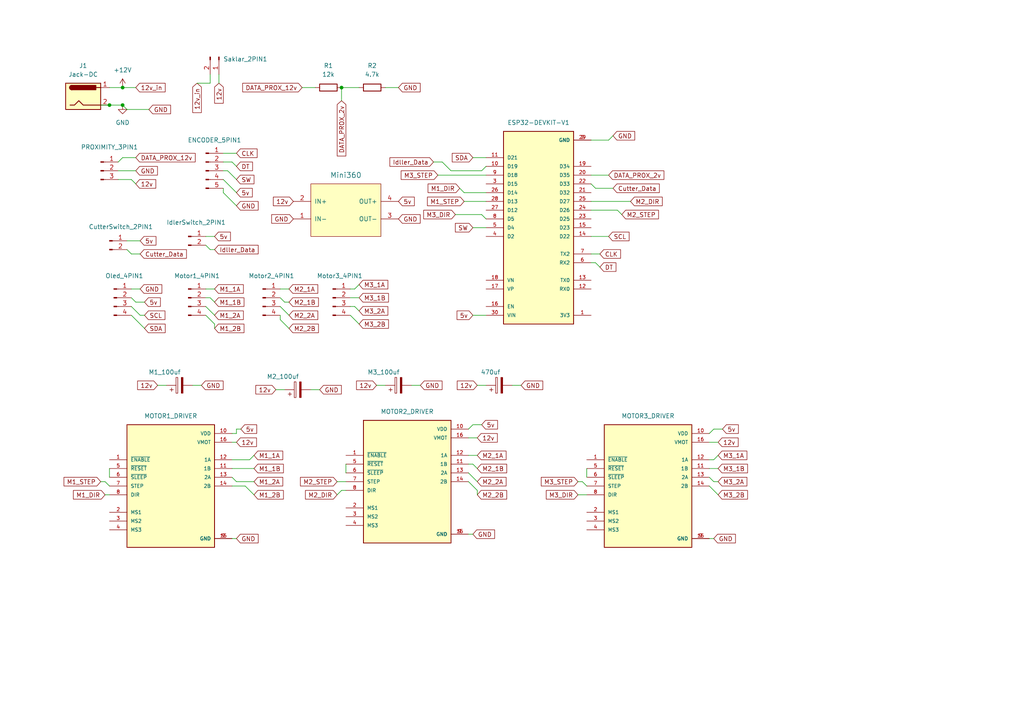
<source format=kicad_sch>
(kicad_sch (version 20250114) (generator "eeschema") (generator_version "9.0")
  (paper "A4")
  (lib_symbols
    (symbol "A4988_STEPPER_MOTOR_DRIVER_CARRIER:A4988_STEPPER_MOTOR_DRIVER_CARRIER" (pin_names (offset 1.016))
      (property "Reference" "U" (at -12.7 19.05 0))
      (property "Value" "A4988_STEPPER_MOTOR_DRIVER_CARRIER" (at -12.7 -21.59 0))
      (symbol "A4988_STEPPER_MOTOR_DRIVER_CARRIER_0_0"
        (rectangle (start -12.7 -17.78) (end 12.7 17.78) (stroke (width 0.254)) (fill (type background)))
        (pin input line (at -17.78 7.62 0) (length 5.08) (name "~{ENABLE}") (number "1"))
        (pin input line (at -17.78 5.08 0) (length 5.08) (name "~{RESET}") (number "5"))
        (pin input line (at -17.78 2.54 0) (length 5.08) (name "~{SLEEP}") (number "6"))
        (pin input line (at -17.78 0 0) (length 5.08) (name "STEP") (number "7"))
        (pin input line (at -17.78 -2.54 0) (length 5.08) (name "DIR") (number "8"))
        (pin input line (at -17.78 -7.62 0) (length 5.08) (name "MS1") (number "2"))
        (pin input line (at -17.78 -10.16 0) (length 5.08) (name "MS2") (number "3"))
        (pin input line (at -17.78 -12.7 0) (length 5.08) (name "MS3") (number "4"))
        (pin power_in line (at 17.78 15.24 180) (length 5.08) (name "VDD") (number "10"))
        (pin power_in line (at 17.78 12.7 180) (length 5.08) (name "VMOT") (number "16"))
        (pin output line (at 17.78 7.62 180) (length 5.08) (name "1A") (number "12"))
        (pin output line (at 17.78 5.08 180) (length 5.08) (name "1B") (number "11"))
        (pin output line (at 17.78 2.54 180) (length 5.08) (name "2A") (number "13"))
        (pin output line (at 17.78 0 180) (length 5.08) (name "2B") (number "14"))
        (pin power_in line (at 17.78 -15.24 180) (length 5.08) (name "GND") (number "15"))
        (pin power_in line (at 17.78 -15.24 180) (length 5.08) (name "GND") (number "9"))
      )
    )
    (symbol "Connector:Conn_01x02_Pin" (pin_names (offset 1.016) (hide yes))
      (property "Reference" "J" (at 0 2.54 0))
      (property "Value" "Conn_01x02_Pin" (at 0 -5.08 0))
      (symbol "Conn_01x02_Pin_1_1"
        (rectangle (start 0.8636 0.127) (end 0 -0.127) (stroke (width 0.1524)) (fill (type outline)))
        (rectangle (start 0.8636 -2.413) (end 0 -2.667) (stroke (width 0.1524)) (fill (type outline)))
        (polyline (pts (xy 1.27 0) (xy 0.8636 0)) (stroke (width 0.1524)))
        (polyline (pts (xy 1.27 -2.54) (xy 0.8636 -2.54)) (stroke (width 0.1524)))
        (pin passive line (at 5.08 0 180) (length 3.81) (name "Pin_1") (number "1"))
        (pin passive line (at 5.08 -2.54 180) (length 3.81) (name "Pin_2") (number "2"))
      )
    )
    (symbol "Connector:Conn_01x03_Pin" (pin_names (offset 1.016) (hide yes))
      (property "Reference" "J" (at 0 5.08 0))
      (property "Value" "Conn_01x03_Pin" (at 0 -5.08 0))
      (symbol "Conn_01x03_Pin_1_1"
        (rectangle (start 0.8636 2.667) (end 0 2.413) (stroke (width 0.1524)) (fill (type outline)))
        (rectangle (start 0.8636 0.127) (end 0 -0.127) (stroke (width 0.1524)) (fill (type outline)))
        (rectangle (start 0.8636 -2.413) (end 0 -2.667) (stroke (width 0.1524)) (fill (type outline)))
        (polyline (pts (xy 1.27 2.54) (xy 0.8636 2.54)) (stroke (width 0.1524)))
        (polyline (pts (xy 1.27 0) (xy 0.8636 0)) (stroke (width 0.1524)))
        (polyline (pts (xy 1.27 -2.54) (xy 0.8636 -2.54)) (stroke (width 0.1524)))
        (pin passive line (at 5.08 2.54 180) (length 3.81) (name "Pin_1") (number "1"))
        (pin passive line (at 5.08 0 180) (length 3.81) (name "Pin_2") (number "2"))
        (pin passive line (at 5.08 -2.54 180) (length 3.81) (name "Pin_3") (number "3"))
      )
    )
    (symbol "Connector:Conn_01x04_Pin" (pin_names (offset 1.016) (hide yes))
      (property "Reference" "J" (at 0 5.08 0))
      (property "Value" "Conn_01x04_Pin" (at 0 -7.62 0))
      (symbol "Conn_01x04_Pin_1_1"
        (rectangle (start 0.8636 2.667) (end 0 2.413) (stroke (width 0.1524)) (fill (type outline)))
        (rectangle (start 0.8636 0.127) (end 0 -0.127) (stroke (width 0.1524)) (fill (type outline)))
        (rectangle (start 0.8636 -2.413) (end 0 -2.667) (stroke (width 0.1524)) (fill (type outline)))
        (rectangle (start 0.8636 -4.953) (end 0 -5.207) (stroke (width 0.1524)) (fill (type outline)))
        (polyline (pts (xy 1.27 2.54) (xy 0.8636 2.54)) (stroke (width 0.1524)))
        (polyline (pts (xy 1.27 0) (xy 0.8636 0)) (stroke (width 0.1524)))
        (polyline (pts (xy 1.27 -2.54) (xy 0.8636 -2.54)) (stroke (width 0.1524)))
        (polyline (pts (xy 1.27 -5.08) (xy 0.8636 -5.08)) (stroke (width 0.1524)))
        (pin passive line (at 5.08 2.54 180) (length 3.81) (name "Pin_1") (number "1"))
        (pin passive line (at 5.08 0 180) (length 3.81) (name "Pin_2") (number "2"))
        (pin passive line (at 5.08 -2.54 180) (length 3.81) (name "Pin_3") (number "3"))
        (pin passive line (at 5.08 -5.08 180) (length 3.81) (name "Pin_4") (number "4"))
      )
    )
    (symbol "Connector:Conn_01x05_Pin" (pin_names (offset 1.016) (hide yes))
      (property "Reference" "J" (at 0 7.62 0))
      (property "Value" "Conn_01x05_Pin" (at 0 -7.62 0))
      (symbol "Conn_01x05_Pin_1_1"
        (rectangle (start 0.8636 5.207) (end 0 4.953) (stroke (width 0.1524)) (fill (type outline)))
        (rectangle (start 0.8636 2.667) (end 0 2.413) (stroke (width 0.1524)) (fill (type outline)))
        (rectangle (start 0.8636 0.127) (end 0 -0.127) (stroke (width 0.1524)) (fill (type outline)))
        (rectangle (start 0.8636 -2.413) (end 0 -2.667) (stroke (width 0.1524)) (fill (type outline)))
        (rectangle (start 0.8636 -4.953) (end 0 -5.207) (stroke (width 0.1524)) (fill (type outline)))
        (polyline (pts (xy 1.27 5.08) (xy 0.8636 5.08)) (stroke (width 0.1524)))
        (polyline (pts (xy 1.27 2.54) (xy 0.8636 2.54)) (stroke (width 0.1524)))
        (polyline (pts (xy 1.27 0) (xy 0.8636 0)) (stroke (width 0.1524)))
        (polyline (pts (xy 1.27 -2.54) (xy 0.8636 -2.54)) (stroke (width 0.1524)))
        (polyline (pts (xy 1.27 -5.08) (xy 0.8636 -5.08)) (stroke (width 0.1524)))
        (pin passive line (at 5.08 5.08 180) (length 3.81) (name "Pin_1") (number "1"))
        (pin passive line (at 5.08 2.54 180) (length 3.81) (name "Pin_2") (number "2"))
        (pin passive line (at 5.08 0 180) (length 3.81) (name "Pin_3") (number "3"))
        (pin passive line (at 5.08 -2.54 180) (length 3.81) (name "Pin_4") (number "4"))
        (pin passive line (at 5.08 -5.08 180) (length 3.81) (name "Pin_5") (number "5"))
      )
    )
    (symbol "Connector:Jack-DC" (pin_names (offset 1.016))
      (property "Reference" "J" (at 0 5.334 0))
      (property "Value" "Jack-DC" (at 0 -5.08 0))
      (symbol "Jack-DC_0_1"
        (rectangle (start -5.08 3.81) (end 5.08 -3.81) (stroke (width 0.254)) (fill (type background)))
        (polyline (pts (xy -3.81 -2.54) (xy -2.54 -2.54) (xy -1.27 -1.27) (xy 0 -2.54) (xy 2.54 -2.54) (xy 5.08 -2.54)) (stroke (width 0.254)))
        (arc (start -3.302 1.905) (mid -3.9343 2.54) (end -3.302 3.175) (stroke (width 0.254)))
        (arc (start -3.302 1.905) (mid -3.9343 2.54) (end -3.302 3.175) (stroke (width 0.254)) (fill (type outline)))
        (rectangle (start 3.683 3.175) (end -3.302 1.905) (stroke (width 0.254)) (fill (type outline)))
        (polyline (pts (xy 5.08 2.54) (xy 3.81 2.54)) (stroke (width 0.254)))
      )
      (symbol "Jack-DC_1_1"
        (pin passive line (at 7.62 2.54 180) (length 2.54) (name "~") (number "1"))
        (pin passive line (at 7.62 -2.54 180) (length 2.54) (name "~") (number "2"))
      )
    )
    (symbol "Device:C_Polarized" (pin_numbers (hide yes)) (pin_names (offset 0.254))
      (property "Reference" "C" (at 0.635 2.54 0))
      (property "Value" "C_Polarized" (at 0.635 -2.54 0))
      (symbol "C_Polarized_0_1"
        (rectangle (start -2.286 0.508) (end 2.286 1.016))
        (polyline (pts (xy -1.778 2.286) (xy -0.762 2.286)))
        (polyline (pts (xy -1.27 2.794) (xy -1.27 1.778)))
        (rectangle (start 2.286 -0.508) (end -2.286 -1.016) (fill (type outline)))
      )
      (symbol "C_Polarized_1_1"
        (pin passive line (at 0 3.81 270) (length 2.794) (name "~") (number "1"))
        (pin passive line (at 0 -3.81 90) (length 2.794) (name "~") (number "2"))
      )
    )
    (symbol "Device:R" (pin_numbers (hide yes)) (pin_names (offset 0))
      (property "Reference" "R" (at 2.032 0 90))
      (property "Value" "R" (at 0 0 90))
      (symbol "R_0_1"
        (rectangle (start -1.016 -2.54) (end 1.016 2.54) (stroke (width 0.254)))
      )
      (symbol "R_1_1"
        (pin passive line (at 0 3.81 270) (length 1.27) (name "~") (number "1"))
        (pin passive line (at 0 -3.81 90) (length 1.27) (name "~") (number "2"))
      )
    )
    (symbol "ESP32-DEVKIT-V1:ESP32-DEVKIT-V1" (pin_names (offset 1.016))
      (property "Reference" "U" (at -10.16 30.48 0))
      (property "Value" "ESP32-DEVKIT-V1" (at -10.16 -30.48 0))
      (symbol "ESP32-DEVKIT-V1_0_0"
        (rectangle (start -10.16 -27.94) (end 10.16 27.94) (stroke (width 0.254)) (fill (type background)))
        (pin input line (at -15.24 25.4 0) (length 5.08) (name "VIN") (number "30"))
        (pin input line (at -15.24 22.86 0) (length 5.08) (name "EN") (number "16"))
        (pin bidirectional line (at -15.24 17.78 0) (length 5.08) (name "VP") (number "17"))
        (pin bidirectional line (at -15.24 15.24 0) (length 5.08) (name "VN") (number "18"))
        (pin bidirectional line (at -15.24 2.54 0) (length 5.08) (name "D2") (number "4"))
        (pin bidirectional line (at -15.24 0 0) (length 5.08) (name "D4") (number "5"))
        (pin bidirectional line (at -15.24 -2.54 0) (length 5.08) (name "D5") (number "8"))
        (pin bidirectional line (at -15.24 -5.08 0) (length 5.08) (name "D12") (number "27"))
        (pin bidirectional line (at -15.24 -7.62 0) (length 5.08) (name "D13") (number "28"))
        (pin bidirectional line (at -15.24 -10.16 0) (length 5.08) (name "D14") (number "26"))
        (pin bidirectional line (at -15.24 -12.7 0) (length 5.08) (name "D15") (number "3"))
        (pin bidirectional line (at -15.24 -15.24 0) (length 5.08) (name "D18") (number "9"))
        (pin bidirectional line (at -15.24 -17.78 0) (length 5.08) (name "D19") (number "10"))
        (pin bidirectional line (at -15.24 -20.32 0) (length 5.08) (name "D21") (number "11"))
        (pin output line (at 15.24 25.4 180) (length 5.08) (name "3V3") (number "1"))
        (pin input line (at 15.24 17.78 180) (length 5.08) (name "RX0") (number "12"))
        (pin output line (at 15.24 15.24 180) (length 5.08) (name "TX0") (number "13"))
        (pin input line (at 15.24 10.16 180) (length 5.08) (name "RX2") (number "6"))
        (pin output line (at 15.24 7.62 180) (length 5.08) (name "TX2") (number "7"))
        (pin bidirectional line (at 15.24 2.54 180) (length 5.08) (name "D22") (number "14"))
        (pin bidirectional line (at 15.24 0 180) (length 5.08) (name "D23") (number "15"))
        (pin bidirectional line (at 15.24 -2.54 180) (length 5.08) (name "D25") (number "23"))
        (pin bidirectional line (at 15.24 -5.08 180) (length 5.08) (name "D26") (number "24"))
        (pin bidirectional line (at 15.24 -7.62 180) (length 5.08) (name "D27") (number "25"))
        (pin bidirectional line (at 15.24 -10.16 180) (length 5.08) (name "D32") (number "21"))
        (pin bidirectional line (at 15.24 -12.7 180) (length 5.08) (name "D33") (number "22"))
        (pin bidirectional line (at 15.24 -15.24 180) (length 5.08) (name "D35") (number "20"))
        (pin bidirectional line (at 15.24 -17.78 180) (length 5.08) (name "D34") (number "19"))
        (pin power_in line (at 15.24 -25.4 180) (length 5.08) (name "GND") (number "2"))
        (pin power_in line (at 15.24 -25.4 180) (length 5.08) (name "GND") (number "29"))
      )
    )
    (symbol "mini360:Mini360" (pin_names (offset 1.016))
      (property "Reference" "U" (at 0 -5.08 0))
      (property "Value" "Mini360" (at 0 5.08 0))
      (symbol "Mini360_0_1"
        (rectangle (start -10.16 7.62) (end 10.16 -7.62) (fill (type background)))
      )
      (symbol "Mini360_1_1"
        (pin power_in line (at -15.24 2.54 0) (length 5.08) (name "IN+") (number "2"))
        (pin power_in line (at -15.24 -2.54 0) (length 5.08) (name "IN-") (number "1"))
        (pin power_out line (at 15.24 2.54 180) (length 5.08) (name "OUT+") (number "4"))
        (pin power_out line (at 15.24 -2.54 180) (length 5.08) (name "OUT-") (number "3"))
      )
    )
    (symbol "power:+12V" (power) (pin_numbers (hide yes)) (pin_names (offset 0) (hide yes))
      (property "Value" "+12V" (at 0 3.556 0))
      (symbol "+12V_0_1"
        (polyline (pts (xy -0.762 1.27) (xy 0 2.54)))
        (polyline (pts (xy 0 2.54) (xy 0.762 1.27)))
        (polyline (pts (xy 0 0) (xy 0 2.54)))
      )
      (symbol "+12V_1_1"
        (pin power_in line (at 0 0 90) (length 0) (name "~") (number "1"))
      )
    )
    (symbol "power:GND" (power) (pin_numbers (hide yes)) (pin_names (offset 0) (hide yes))
      (property "Value" "GND" (at 0 -3.81 0))
      (symbol "GND_0_1"
        (polyline (pts (xy 0 0) (xy 0 -1.27) (xy 1.27 -1.27) (xy 0 -2.54) (xy -1.27 -1.27) (xy 0 -1.27)))
      )
      (symbol "GND_1_1"
        (pin power_in line (at 0 0 270) (length 0) (name "~") (number "1"))
      )
    )
  )
  (junction (at 31.75 30.48))
  (junction (at 35.56 25.4))
  (junction (at 99.06 25.4))
  (junction (at 35.56 30.48))
  (wire (pts (xy 128.27 46.99) (xy 130.81 49.53)))
  (wire (pts (xy 59.69 83.82) (xy 62.23 83.82)))
  (wire (pts (xy 97.79 139.7) (xy 100.33 139.7)))
  (wire (pts (xy 81.28 91.44) (xy 81.28 92.71)))
  (wire (pts (xy 135.89 132.08) (xy 138.43 132.08)))
  (wire (pts (xy 39.37 45.72) (xy 35.56 45.72)))
  (wire (pts (xy 138.43 143.51) (xy 138.43 142.24)))
  (wire (pts (xy 179.07 60.96) (xy 180.34 62.23)))
  (wire (pts (xy 36.83 69.85) (xy 40.64 69.85)))
  (wire (pts (xy 102.87 88.9) (xy 104.14 90.17)))
  (wire (pts (xy 39.37 25.4) (xy 35.56 25.4)))
  (wire (pts (xy 57.15 24.13) (xy 60.96 24.13)))
  (wire (pts (xy 64.77 52.07) (xy 68.58 55.88)))
  (wire (pts (xy 177.8 54.61) (xy 172.72 54.61)))
  (wire (pts (xy 135.89 154.94) (xy 137.16 154.94)))
  (wire (pts (xy 168.91 139.7) (xy 170.18 140.97)))
  (wire (pts (xy 137.16 45.72) (xy 140.97 45.72)))
  (wire (pts (xy 60.96 86.36) (xy 62.23 87.63)))
  (wire (pts (xy 62.23 72.39) (xy 60.96 72.39)))
  (wire (pts (xy 67.31 128.27) (xy 68.58 128.27)))
  (wire (pts (xy 138.43 111.76) (xy 140.97 111.76)))
  (wire (pts (xy 205.74 133.35) (xy 207.01 133.35)))
  (wire (pts (xy 43.18 31.75) (xy 36.83 31.75)))
  (wire (pts (xy 62.23 95.25) (xy 62.23 93.98)))
  (wire (pts (xy 130.81 49.53) (xy 139.7 49.53)))
  (wire (pts (xy 208.28 139.7) (xy 207.01 139.7)))
  (wire (pts (xy 207.01 133.35) (xy 208.28 132.08)))
  (wire (pts (xy 209.55 124.46) (xy 207.01 124.46)))
  (wire (pts (xy 68.58 125.73) (xy 67.31 125.73)))
  (wire (pts (xy 125.73 46.99) (xy 128.27 46.99)))
  (wire (pts (xy 55.88 111.76) (xy 58.42 111.76)))
  (wire (pts (xy 68.58 139.7) (xy 67.31 138.43)))
  (wire (pts (xy 29.21 139.7) (xy 30.48 139.7)))
  (wire (pts (xy 101.6 91.44) (xy 104.14 93.98)))
  (wire (pts (xy 137.16 134.62) (xy 138.43 135.89)))
  (wire (pts (xy 138.43 142.24) (xy 135.89 139.7)))
  (wire (pts (xy 205.74 156.21) (xy 207.01 156.21)))
  (wire (pts (xy 127 50.8) (xy 140.97 50.8)))
  (wire (pts (xy 73.66 139.7) (xy 68.58 139.7)))
  (wire (pts (xy 60.96 24.13) (xy 60.96 21.59)))
  (wire (pts (xy 99.06 142.24) (xy 97.79 143.51)))
  (wire (pts (xy 171.45 50.8) (xy 176.53 50.8)))
  (wire (pts (xy 172.72 54.61) (xy 171.45 53.34)))
  (wire (pts (xy 34.29 49.53) (xy 39.37 49.53)))
  (wire (pts (xy 64.77 54.61) (xy 64.77 55.88)))
  (wire (pts (xy 170.18 135.89) (xy 170.18 138.43)))
  (wire (pts (xy 83.82 87.63) (xy 82.55 87.63)))
  (wire (pts (xy 64.77 46.99) (xy 67.31 46.99)))
  (wire (pts (xy 59.69 68.58) (xy 62.23 68.58)))
  (wire (pts (xy 64.77 55.88) (xy 68.58 59.69)))
  (wire (pts (xy 148.59 111.76) (xy 151.13 111.76)))
  (wire (pts (xy 81.28 92.71) (xy 83.82 95.25)))
  (wire (pts (xy 31.75 135.89) (xy 31.75 138.43)))
  (wire (pts (xy 41.91 87.63) (xy 39.37 87.63)))
  (wire (pts (xy 172.72 76.2) (xy 173.99 77.47)))
  (wire (pts (xy 137.16 91.44) (xy 140.97 91.44)))
  (wire (pts (xy 207.01 139.7) (xy 205.74 138.43)))
  (wire (pts (xy 35.56 25.4) (xy 31.75 25.4)))
  (wire (pts (xy 38.1 83.82) (xy 40.64 83.82)))
  (wire (pts (xy 60.96 72.39) (xy 59.69 71.12)))
  (wire (pts (xy 72.39 133.35) (xy 73.66 132.08)))
  (wire (pts (xy 139.7 49.53) (xy 140.97 48.26)))
  (wire (pts (xy 38.1 73.66) (xy 36.83 72.39)))
  (wire (pts (xy 68.58 124.46) (xy 68.58 125.73)))
  (wire (pts (xy 59.69 86.36) (xy 60.96 86.36)))
  (wire (pts (xy 134.62 58.42) (xy 140.97 58.42)))
  (wire (pts (xy 111.76 25.4) (xy 115.57 25.4)))
  (wire (pts (xy 99.06 29.21) (xy 99.06 25.4)))
  (wire (pts (xy 81.28 88.9) (xy 83.82 91.44)))
  (wire (pts (xy 36.83 31.75) (xy 35.56 30.48)))
  (wire (pts (xy 67.31 135.89) (xy 73.66 135.89)))
  (wire (pts (xy 176.53 40.64) (xy 177.8 39.37)))
  (wire (pts (xy 138.43 139.7) (xy 135.89 137.16)))
  (wire (pts (xy 139.7 123.19) (xy 137.16 123.19)))
  (wire (pts (xy 67.31 140.97) (xy 71.12 140.97)))
  (wire (pts (xy 87.63 25.4) (xy 91.44 25.4)))
  (wire (pts (xy 135.89 134.62) (xy 137.16 134.62)))
  (wire (pts (xy 40.64 73.66) (xy 38.1 73.66)))
  (wire (pts (xy 167.64 139.7) (xy 168.91 139.7)))
  (wire (pts (xy 207.01 124.46) (xy 205.74 125.73)))
  (wire (pts (xy 171.45 40.64) (xy 176.53 40.64)))
  (wire (pts (xy 137.16 66.04) (xy 140.97 66.04)))
  (wire (pts (xy 71.12 140.97) (xy 73.66 143.51)))
  (wire (pts (xy 101.6 83.82) (xy 102.87 83.82)))
  (wire (pts (xy 137.16 123.19) (xy 135.89 124.46)))
  (wire (pts (xy 68.58 124.46) (xy 69.85 124.46)))
  (wire (pts (xy 99.06 25.4) (xy 104.14 25.4)))
  (wire (pts (xy 167.64 143.51) (xy 170.18 143.51)))
  (wire (pts (xy 64.77 44.45) (xy 68.58 44.45)))
  (wire (pts (xy 90.17 113.03) (xy 92.71 113.03)))
  (wire (pts (xy 100.33 142.24) (xy 99.06 142.24)))
  (wire (pts (xy 100.33 134.62) (xy 100.33 137.16)))
  (wire (pts (xy 134.62 55.88) (xy 133.35 54.61)))
  (wire (pts (xy 30.48 143.51) (xy 31.75 143.51)))
  (wire (pts (xy 41.91 91.44) (xy 40.64 91.44)))
  (wire (pts (xy 38.1 52.07) (xy 39.37 53.34)))
  (wire (pts (xy 132.08 62.23) (xy 139.7 62.23)))
  (wire (pts (xy 41.91 95.25) (xy 38.1 91.44)))
  (wire (pts (xy 64.77 49.53) (xy 66.04 49.53)))
  (wire (pts (xy 171.45 76.2) (xy 172.72 76.2)))
  (wire (pts (xy 82.55 87.63) (xy 81.28 86.36)))
  (wire (pts (xy 39.37 87.63) (xy 38.1 86.36)))
  (wire (pts (xy 119.38 111.76) (xy 121.92 111.76)))
  (wire (pts (xy 101.6 86.36) (xy 104.14 86.36)))
  (wire (pts (xy 62.23 91.44) (xy 59.69 88.9)))
  (wire (pts (xy 109.22 111.76) (xy 111.76 111.76)))
  (wire (pts (xy 101.6 88.9) (xy 102.87 88.9)))
  (wire (pts (xy 81.28 83.82) (xy 83.82 83.82)))
  (wire (pts (xy 30.48 139.7) (xy 31.75 140.97)))
  (wire (pts (xy 35.56 30.48) (xy 31.75 30.48)))
  (wire (pts (xy 171.45 58.42) (xy 182.88 58.42)))
  (wire (pts (xy 102.87 83.82) (xy 104.14 82.55)))
  (wire (pts (xy 205.74 128.27) (xy 208.28 128.27)))
  (wire (pts (xy 45.72 111.76) (xy 48.26 111.76)))
  (wire (pts (xy 68.58 156.21) (xy 67.31 156.21)))
  (wire (pts (xy 139.7 62.23) (xy 140.97 63.5)))
  (wire (pts (xy 171.45 60.96) (xy 179.07 60.96)))
  (wire (pts (xy 205.74 140.97) (xy 208.28 143.51)))
  (wire (pts (xy 140.97 55.88) (xy 134.62 55.88)))
  (wire (pts (xy 135.89 127) (xy 138.43 127)))
  (wire (pts (xy 80.01 113.03) (xy 82.55 113.03)))
  (wire (pts (xy 171.45 68.58) (xy 176.53 68.58)))
  (wire (pts (xy 67.31 46.99) (xy 68.58 48.26)))
  (wire (pts (xy 67.31 133.35) (xy 72.39 133.35)))
  (wire (pts (xy 63.5 24.13) (xy 63.5 21.59)))
  (wire (pts (xy 171.45 73.66) (xy 173.99 73.66)))
  (wire (pts (xy 62.23 93.98) (xy 59.69 91.44)))
  (wire (pts (xy 35.56 45.72) (xy 34.29 46.99)))
  (wire (pts (xy 34.29 52.07) (xy 38.1 52.07)))
  (wire (pts (xy 40.64 91.44) (xy 38.1 88.9)))
  (wire (pts (xy 66.04 49.53) (xy 68.58 52.07)))
  (wire (pts (xy 205.74 135.89) (xy 208.28 135.89)))
  (wire (pts (xy 29.21 30.48) (xy 31.75 30.48)))
  (global_label "12v" (shape input) (at 68.58 128.27 0) (property "Intersheetrefs" "${INTERSHEET_REFS}" (effects (hide yes))))
  (global_label "GND" (shape input) (at 68.58 59.69 0) (property "Intersheetrefs" "${INTERSHEET_REFS}" (effects (hide yes))))
  (global_label "Cutter_Data" (shape input) (at 40.64 73.66 0) (property "Intersheetrefs" "${INTERSHEET_REFS}" (effects (hide yes))))
  (global_label "12v" (shape input) (at 208.28 128.27 0) (property "Intersheetrefs" "${INTERSHEET_REFS}" (effects (hide yes))))
  (global_label "M1_STEP" (shape input) (at 134.62 58.42 180) (property "Intersheetrefs" "${INTERSHEET_REFS}" (effects (hide yes))))
  (global_label "GND" (shape input) (at 40.64 83.82 0) (property "Intersheetrefs" "${INTERSHEET_REFS}" (effects (hide yes))))
  (global_label "M2_STEP" (shape input) (at 97.79 139.7 180) (property "Intersheetrefs" "${INTERSHEET_REFS}" (effects (hide yes))))
  (global_label "GND" (shape input) (at 92.71 113.03 0) (property "Intersheetrefs" "${INTERSHEET_REFS}" (effects (hide yes))))
  (global_label "SDA" (shape input) (at 137.16 45.72 180) (property "Intersheetrefs" "${INTERSHEET_REFS}" (effects (hide yes))))
  (global_label "M2_1B" (shape input) (at 83.82 87.63 0) (property "Intersheetrefs" "${INTERSHEET_REFS}" (effects (hide yes))))
  (global_label "DATA_PROX_2v" (shape input) (at 99.06 29.21 270) (property "Intersheetrefs" "${INTERSHEET_REFS}" (effects (hide yes))))
  (global_label "12v" (shape input) (at 138.43 127 0) (property "Intersheetrefs" "${INTERSHEET_REFS}" (effects (hide yes))))
  (global_label "DATA_PROX_12v" (shape input) (at 39.37 45.72 0) (property "Intersheetrefs" "${INTERSHEET_REFS}" (effects (hide yes))))
  (global_label "M3_2A" (shape input) (at 104.14 90.17 0) (property "Intersheetrefs" "${INTERSHEET_REFS}" (effects (hide yes))))
  (global_label "M3_1A" (shape input) (at 208.28 132.08 0) (property "Intersheetrefs" "${INTERSHEET_REFS}" (effects (hide yes))))
  (global_label "GND" (shape input) (at 207.01 156.21 0) (property "Intersheetrefs" "${INTERSHEET_REFS}" (effects (hide yes))))
  (global_label "M2_STEP" (shape input) (at 180.34 62.23 0) (property "Intersheetrefs" "${INTERSHEET_REFS}" (effects (hide yes))))
  (global_label "5v" (shape input) (at 139.7 123.19 0) (property "Intersheetrefs" "${INTERSHEET_REFS}" (effects (hide yes))))
  (global_label "GND" (shape input) (at 151.13 111.76 0) (property "Intersheetrefs" "${INTERSHEET_REFS}" (effects (hide yes))))
  (global_label "SCL" (shape input) (at 41.91 91.44 0) (property "Intersheetrefs" "${INTERSHEET_REFS}" (effects (hide yes))))
  (global_label "SCL" (shape input) (at 176.53 68.58 0) (property "Intersheetrefs" "${INTERSHEET_REFS}" (effects (hide yes))))
  (global_label "DT" (shape input) (at 173.99 77.47 0) (property "Intersheetrefs" "${INTERSHEET_REFS}" (effects (hide yes))))
  (global_label "GND" (shape input) (at 68.58 156.21 0) (property "Intersheetrefs" "${INTERSHEET_REFS}" (effects (hide yes))))
  (global_label "CLK" (shape input) (at 173.99 73.66 0) (property "Intersheetrefs" "${INTERSHEET_REFS}" (effects (hide yes))))
  (global_label "M1_1B" (shape input) (at 62.23 87.63 0) (property "Intersheetrefs" "${INTERSHEET_REFS}" (effects (hide yes))))
  (global_label "12v" (shape input) (at 138.43 111.76 180) (property "Intersheetrefs" "${INTERSHEET_REFS}" (effects (hide yes))))
  (global_label "M1_2B" (shape input) (at 73.66 143.51 0) (property "Intersheetrefs" "${INTERSHEET_REFS}" (effects (hide yes))))
  (global_label "M1_1A" (shape input) (at 73.66 132.08 0) (property "Intersheetrefs" "${INTERSHEET_REFS}" (effects (hide yes))))
  (global_label "DT" (shape input) (at 68.58 48.26 0) (property "Intersheetrefs" "${INTERSHEET_REFS}" (effects (hide yes))))
  (global_label "12v" (shape input) (at 39.37 53.34 0) (property "Intersheetrefs" "${INTERSHEET_REFS}" (effects (hide yes))))
  (global_label "5v" (shape input) (at 69.85 124.46 0) (property "Intersheetrefs" "${INTERSHEET_REFS}" (effects (hide yes))))
  (global_label "GND" (shape input) (at 177.8 39.37 0) (property "Intersheetrefs" "${INTERSHEET_REFS}" (effects (hide yes))))
  (global_label "M2_2A" (shape input) (at 138.43 139.7 0) (property "Intersheetrefs" "${INTERSHEET_REFS}" (effects (hide yes))))
  (global_label "SW" (shape input) (at 137.16 66.04 180) (property "Intersheetrefs" "${INTERSHEET_REFS}" (effects (hide yes))))
  (global_label "M2_1A" (shape input) (at 138.43 132.08 0) (property "Intersheetrefs" "${INTERSHEET_REFS}" (effects (hide yes))))
  (global_label "12v" (shape input) (at 63.5 24.13 270) (property "Intersheetrefs" "${INTERSHEET_REFS}" (effects (hide yes))))
  (global_label "M3_2B" (shape input) (at 104.14 93.98 0) (property "Intersheetrefs" "${INTERSHEET_REFS}" (effects (hide yes))))
  (global_label "M3_DIR" (shape input) (at 132.08 62.23 180) (property "Intersheetrefs" "${INTERSHEET_REFS}" (effects (hide yes))))
  (global_label "5v" (shape input) (at 62.23 68.58 0) (property "Intersheetrefs" "${INTERSHEET_REFS}" (effects (hide yes))))
  (global_label "GND" (shape input) (at 137.16 154.94 0) (property "Intersheetrefs" "${INTERSHEET_REFS}" (effects (hide yes))))
  (global_label "M3_DIR" (shape input) (at 167.64 143.51 180) (property "Intersheetrefs" "${INTERSHEET_REFS}" (effects (hide yes))))
  (global_label "5v" (shape input) (at 137.16 91.44 180) (property "Intersheetrefs" "${INTERSHEET_REFS}" (effects (hide yes))))
  (global_label "M2_2A" (shape input) (at 83.82 91.44 0) (property "Intersheetrefs" "${INTERSHEET_REFS}" (effects (hide yes))))
  (global_label "5v" (shape input) (at 209.55 124.46 0) (property "Intersheetrefs" "${INTERSHEET_REFS}" (effects (hide yes))))
  (global_label "M1_DIR" (shape input) (at 30.48 143.51 180) (property "Intersheetrefs" "${INTERSHEET_REFS}" (effects (hide yes))))
  (global_label "M3_1B" (shape input) (at 208.28 135.89 0) (property "Intersheetrefs" "${INTERSHEET_REFS}" (effects (hide yes))))
  (global_label "GND" (shape input) (at 115.57 25.4 0) (property "Intersheetrefs" "${INTERSHEET_REFS}" (effects (hide yes))))
  (global_label "Idller_Data" (shape input) (at 62.23 72.39 0) (property "Intersheetrefs" "${INTERSHEET_REFS}" (effects (hide yes))))
  (global_label "M3_1B" (shape input) (at 104.14 86.36 0) (property "Intersheetrefs" "${INTERSHEET_REFS}" (effects (hide yes))))
  (global_label "12v" (shape input) (at 85.09 58.42 180) (property "Intersheetrefs" "${INTERSHEET_REFS}" (effects (hide yes))))
  (global_label "5v" (shape input) (at 41.91 87.63 0) (property "Intersheetrefs" "${INTERSHEET_REFS}" (effects (hide yes))))
  (global_label "5v" (shape input) (at 40.64 69.85 0) (property "Intersheetrefs" "${INTERSHEET_REFS}" (effects (hide yes))))
  (global_label "GND" (shape input) (at 85.09 63.5 180) (property "Intersheetrefs" "${INTERSHEET_REFS}" (effects (hide yes))))
  (global_label "M3_1A" (shape input) (at 104.14 82.55 0) (property "Intersheetrefs" "${INTERSHEET_REFS}" (effects (hide yes))))
  (global_label "M1_2A" (shape input) (at 73.66 139.7 0) (property "Intersheetrefs" "${INTERSHEET_REFS}" (effects (hide yes))))
  (global_label "GND" (shape input) (at 39.37 49.53 0) (property "Intersheetrefs" "${INTERSHEET_REFS}" (effects (hide yes))))
  (global_label "M1_1B" (shape input) (at 73.66 135.89 0) (property "Intersheetrefs" "${INTERSHEET_REFS}" (effects (hide yes))))
  (global_label "SDA" (shape input) (at 41.91 95.25 0) (property "Intersheetrefs" "${INTERSHEET_REFS}" (effects (hide yes))))
  (global_label "M3_2A" (shape input) (at 208.28 139.7 0) (property "Intersheetrefs" "${INTERSHEET_REFS}" (effects (hide yes))))
  (global_label "M2_2B" (shape input) (at 138.43 143.51 0) (property "Intersheetrefs" "${INTERSHEET_REFS}" (effects (hide yes))))
  (global_label "12v" (shape input) (at 80.01 113.03 180) (property "Intersheetrefs" "${INTERSHEET_REFS}" (effects (hide yes))))
  (global_label "SW" (shape input) (at 68.58 52.07 0) (property "Intersheetrefs" "${INTERSHEET_REFS}" (effects (hide yes))))
  (global_label "5v" (shape input) (at 115.57 58.42 0) (property "Intersheetrefs" "${INTERSHEET_REFS}" (effects (hide yes))))
  (global_label "M1_STEP" (shape input) (at 29.21 139.7 180) (property "Intersheetrefs" "${INTERSHEET_REFS}" (effects (hide yes))))
  (global_label "Cutter_Data" (shape input) (at 177.8 54.61 0) (property "Intersheetrefs" "${INTERSHEET_REFS}" (effects (hide yes))))
  (global_label "12v_in" (shape input) (at 57.15 24.13 270) (property "Intersheetrefs" "${INTERSHEET_REFS}" (effects (hide yes))))
  (global_label "M3_STEP" (shape input) (at 127 50.8 180) (property "Intersheetrefs" "${INTERSHEET_REFS}" (effects (hide yes))))
  (global_label "DATA_PROX_12v" (shape input) (at 87.63 25.4 180) (property "Intersheetrefs" "${INTERSHEET_REFS}" (effects (hide yes))))
  (global_label "12v_in" (shape input) (at 39.37 25.4 0) (property "Intersheetrefs" "${INTERSHEET_REFS}" (effects (hide yes))))
  (global_label "5v" (shape input) (at 68.58 55.88 0) (property "Intersheetrefs" "${INTERSHEET_REFS}" (effects (hide yes))))
  (global_label "DATA_PROX_2v" (shape input) (at 176.53 50.8 0) (property "Intersheetrefs" "${INTERSHEET_REFS}" (effects (hide yes))))
  (global_label "M1_1A" (shape input) (at 62.23 83.82 0) (property "Intersheetrefs" "${INTERSHEET_REFS}" (effects (hide yes))))
  (global_label "M2_DIR" (shape input) (at 182.88 58.42 0) (property "Intersheetrefs" "${INTERSHEET_REFS}" (effects (hide yes))))
  (global_label "M3_2B" (shape input) (at 208.28 143.51 0) (property "Intersheetrefs" "${INTERSHEET_REFS}" (effects (hide yes))))
  (global_label "M1_2A" (shape input) (at 62.23 91.44 0) (property "Intersheetrefs" "${INTERSHEET_REFS}" (effects (hide yes))))
  (global_label "M1_DIR" (shape input) (at 133.35 54.61 180) (property "Intersheetrefs" "${INTERSHEET_REFS}" (effects (hide yes))))
  (global_label "M2_1A" (shape input) (at 83.82 83.82 0) (property "Intersheetrefs" "${INTERSHEET_REFS}" (effects (hide yes))))
  (global_label "12v" (shape input) (at 45.72 111.76 180) (property "Intersheetrefs" "${INTERSHEET_REFS}" (effects (hide yes))))
  (global_label "M2_1B" (shape input) (at 138.43 135.89 0) (property "Intersheetrefs" "${INTERSHEET_REFS}" (effects (hide yes))))
  (global_label "M2_DIR" (shape input) (at 97.79 143.51 180) (property "Intersheetrefs" "${INTERSHEET_REFS}" (effects (hide yes))))
  (global_label "M2_2B" (shape input) (at 83.82 95.25 0) (property "Intersheetrefs" "${INTERSHEET_REFS}" (effects (hide yes))))
  (global_label "GND" (shape input) (at 115.57 63.5 0) (property "Intersheetrefs" "${INTERSHEET_REFS}" (effects (hide yes))))
  (global_label "CLK" (shape input) (at 68.58 44.45 0) (property "Intersheetrefs" "${INTERSHEET_REFS}" (effects (hide yes))))
  (global_label "M3_STEP" (shape input) (at 167.64 139.7 180) (property "Intersheetrefs" "${INTERSHEET_REFS}" (effects (hide yes))))
  (global_label "12v" (shape input) (at 109.22 111.76 180) (property "Intersheetrefs" "${INTERSHEET_REFS}" (effects (hide yes))))
  (global_label "Idller_Data" (shape input) (at 125.73 46.99 180) (property "Intersheetrefs" "${INTERSHEET_REFS}" (effects (hide yes))))
  (global_label "GND" (shape input) (at 43.18 31.75 0) (property "Intersheetrefs" "${INTERSHEET_REFS}" (effects (hide yes))))
  (global_label "M1_2B" (shape input) (at 62.23 95.25 0) (property "Intersheetrefs" "${INTERSHEET_REFS}" (effects (hide yes))))
  (global_label "GND" (shape input) (at 58.42 111.76 0) (property "Intersheetrefs" "${INTERSHEET_REFS}" (effects (hide yes))))
  (global_label "GND" (shape input) (at 121.92 111.76 0) (property "Intersheetrefs" "${INTERSHEET_REFS}" (effects (hide yes))))
  (symbol (lib_id "Connector:Conn_01x02_Pin") (at 54.61 68.58 0) (unit 1)
    (property "Reference" "IdlerSwitch_2PIN1" (at 56.896 64.516 0))
    (property "Value" "Conn_01x02_Pin" (effects (hide yes)))
    (property "Footprint" "Connector_JST:JST_EH_B2B-EH-A_1x02_P2.50mm_Vertical" (effects (hide yes)))
    (property "Description" "Generic connector, single row, 01x02, script generated" (effects (hide yes)))
  )
  (symbol (lib_id "Device:C_Polarized") (at 115.57 111.76 90) (unit 1)
    (property "Reference" "C3" (effects (hide yes)))
    (property "Value" "M3_100uf" (at 115.9509 107.95 90) (effects (justify left)))
    (property "Footprint" "Capacitor_THT:CP_Radial_D4.0mm_P1.50mm" (effects (hide yes)))
    (property "Description" "Polarized capacitor" (effects (hide yes)))
  )
  (symbol (lib_id "Connector:Jack-DC") (at 24.13 27.94 0) (unit 1)
    (property "Reference" "J1" (at 24.13 19.05 0))
    (property "Value" "Jack-DC" (at 24.13 21.59 0))
    (property "Footprint" "Connector_BarrelJack:BarrelJack_Horizontal" (effects (hide yes)))
    (property "Description" "DC Barrel Jack" (effects (hide yes)))
  )
  (symbol (lib_id "Connector:Conn_01x02_Pin") (at 31.75 69.85 0) (unit 1)
    (property "Reference" "CutterSwitch_2PIN1" (at 35.052 65.786 0))
    (property "Value" "Conn_01x02_Pin" (effects (hide yes)))
    (property "Footprint" "Connector_JST:JST_EH_B2B-EH-A_1x02_P2.50mm_Vertical" (effects (hide yes)))
    (property "Description" "Generic connector, single row, 01x02, script generated" (effects (hide yes)))
  )
  (symbol (lib_id "Device:R") (at 107.95 25.4 90) (unit 1)
    (property "Reference" "R2" (at 107.95 19.05 90))
    (property "Value" "4.7k" (at 107.95 21.59 90))
    (property "Footprint" "Resistor_THT:R_Axial_DIN0204_L3.6mm_D1.6mm_P7.62mm_Horizontal" (effects (hide yes)))
    (property "Description" "Resistor" (effects (hide yes)))
  )
  (symbol (lib_id "Device:C_Polarized") (at 144.78 111.76 90) (unit 1)
    (property "Reference" "C4" (effects (hide yes)))
    (property "Value" "470uf" (at 145.1609 107.95 90) (effects (justify left)))
    (property "Footprint" "Capacitor_THT:CP_Radial_D4.0mm_P1.50mm" (effects (hide yes)))
    (property "Description" "Polarized capacitor" (effects (hide yes)))
  )
  (symbol (lib_id "power:GND") (at 35.56 30.48 0) (unit 1)
    (property "Reference" "#PWR02" (effects (hide yes)))
    (property "Value" "GND" (at 35.56 35.56 0))
    (property "Description" "Power symbol creates a global label with name \"GND\" , ground" (effects (hide yes)))
  )
  (symbol (lib_id "A4988_STEPPER_MOTOR_DRIVER_CARRIER:A4988_STEPPER_MOTOR_DRIVER_CARRIER") (at 187.96 140.97 0) (unit 1)
    (property "Reference" "U5" (effects (hide yes)))
    (property "Value" "MOTOR3_DRIVER" (at 187.96 120.65 0))
    (property "Footprint" "A4988_STEPPER_MOTOR_DRIVER_CARRIER_BLACK:MODULE_A4988_STEPPER_MOTOR_DRIVER_CARRIER_BLACK" (effects (hide yes)))
    (property "MF" "Pololu" (effects (hide yes)))
    (property "DESCRIPTION" "Stepper motor controler; IC: A4988; 1A; Uin mot: 8÷35V" (effects (hide yes)))
    (property "PACKAGE" "None" (effects (hide yes)))
    (property "PRICE" "None" (effects (hide yes)))
    (property "Package" "None" (effects (hide yes)))
    (property "Check_prices" "https://www.snapeda.com/parts/A4988%20STEPPER%20MOTOR%20DRIVER%20CARRIER/Pololu/view-part/?ref=eda" (effects (hide yes)))
    (property "Price" "None" (effects (hide yes)))
    (property "SnapEDA_Link" "https://www.snapeda.com/parts/A4988%20STEPPER%20MOTOR%20DRIVER%20CARRIER/Pololu/view-part/?ref=snap" (effects (hide yes)))
    (property "MP" "A4988 STEPPER MOTOR DRIVER CARRIER" (effects (hide yes)))
    (property "Availability" "Not in stock" (effects (hide yes)))
    (property "AVAILABILITY" "Unavailable" (effects (hide yes)))
    (property "Description_1" "Stepper Motor Driver" (effects (hide yes)))
  )
  (symbol (lib_id "Connector:Conn_01x04_Pin") (at 76.2 86.36 0) (unit 1)
    (property "Reference" "Motor2_4PIN1" (at 78.74 80.01 0))
    (property "Value" "Conn_01x04_Pin" (effects (hide yes)))
    (property "Footprint" "Connector_JST:JST_EH_B4B-EH-A_1x04_P2.50mm_Vertical" (effects (hide yes)))
    (property "Description" "Generic connector, single row, 01x04, script generated" (effects (hide yes)))
  )
  (symbol (lib_id "Device:C_Polarized") (at 86.36 113.03 90) (unit 1)
    (property "Reference" "C2" (effects (hide yes)))
    (property "Value" "M2_100uf" (at 86.7409 109.22 90) (effects (justify left)))
    (property "Footprint" "Capacitor_THT:CP_Radial_D4.0mm_P1.50mm" (effects (hide yes)))
    (property "Description" "Polarized capacitor" (effects (hide yes)))
  )
  (symbol (lib_id "A4988_STEPPER_MOTOR_DRIVER_CARRIER:A4988_STEPPER_MOTOR_DRIVER_CARRIER") (at 118.11 139.7 0) (unit 1)
    (property "Reference" "U4" (effects (hide yes)))
    (property "Value" "MOTOR2_DRIVER" (at 118.11 119.38 0))
    (property "Footprint" "A4988_STEPPER_MOTOR_DRIVER_CARRIER_BLACK:MODULE_A4988_STEPPER_MOTOR_DRIVER_CARRIER_BLACK" (effects (hide yes)))
    (property "MF" "Pololu" (effects (hide yes)))
    (property "DESCRIPTION" "Stepper motor controler; IC: A4988; 1A; Uin mot: 8÷35V" (effects (hide yes)))
    (property "PACKAGE" "None" (effects (hide yes)))
    (property "PRICE" "None" (effects (hide yes)))
    (property "Package" "None" (effects (hide yes)))
    (property "Check_prices" "https://www.snapeda.com/parts/A4988%20STEPPER%20MOTOR%20DRIVER%20CARRIER/Pololu/view-part/?ref=eda" (effects (hide yes)))
    (property "Price" "None" (effects (hide yes)))
    (property "SnapEDA_Link" "https://www.snapeda.com/parts/A4988%20STEPPER%20MOTOR%20DRIVER%20CARRIER/Pololu/view-part/?ref=snap" (effects (hide yes)))
    (property "MP" "A4988 STEPPER MOTOR DRIVER CARRIER" (effects (hide yes)))
    (property "Availability" "Not in stock" (effects (hide yes)))
    (property "AVAILABILITY" "Unavailable" (effects (hide yes)))
    (property "Description_1" "Stepper Motor Driver" (effects (hide yes)))
  )
  (symbol (lib_id "mini360:Mini360") (at 100.33 60.96 0) (unit 1)
    (property "Reference" "U2" (effects (hide yes)))
    (property "Value" "Mini360" (at 100.33 50.8 0) (effects (font (size 1.524 1.524))))
    (property "Footprint" "Capstone:Mini360_Module" (effects (hide yes)))
  )
  (symbol (lib_id "power:+12V") (at 35.56 25.4 0) (unit 1)
    (property "Reference" "#PWR01" (effects (hide yes)))
    (property "Value" "+12V" (at 35.56 20.32 0))
    (property "Description" "Power symbol creates a global label with name \"+12V\"" (effects (hide yes)))
  )
  (symbol (lib_id "ESP32-DEVKIT-V1:ESP32-DEVKIT-V1") (at 156.21 66.04 0) (mirror x) (unit 1)
    (property "Reference" "U1" (effects (hide yes)))
    (property "Value" "ESP32-DEVKIT-V1" (at 156.21 35.56 0))
    (property "Footprint" "ESP32-DEVKIT-V1:MODULE_ESP32_DEVKIT_V1" (effects (hide yes)))
    (property "MF" "Do it" (effects (hide yes)))
    (property "MAXIMUM_PACKAGE_HEIGHT" "6.8 mm" (effects (hide yes)))
    (property "Package" "None" (effects (hide yes)))
    (property "Price" "None" (effects (hide yes)))
    (property "Check_prices" "https://www.snapeda.com/parts/ESP32-DEVKIT-V1/Do+it/view-part/?ref=eda" (effects (hide yes)))
    (property "STANDARD" "Manufacturer Recommendations" (effects (hide yes)))
    (property "PARTREV" "N/A" (effects (hide yes)))
    (property "SnapEDA_Link" "https://www.snapeda.com/parts/ESP32-DEVKIT-V1/Do+it/view-part/?ref=snap" (effects (hide yes)))
    (property "MP" "ESP32-DEVKIT-V1" (effects (hide yes)))
    (property "Description_1" "Dual core, Wi-Fi: 2.4 GHz up to 150 Mbits/s,BLE (Bluetooth Low Energy) and legacy Bluetooth, 32 bits, Up to 240 MHz" (effects (hide yes)))
    (property "Availability" "Not in stock" (effects (hide yes)))
    (property "MANUFACTURER" "DOIT" (effects (hide yes)))
  )
  (symbol (lib_id "A4988_STEPPER_MOTOR_DRIVER_CARRIER:A4988_STEPPER_MOTOR_DRIVER_CARRIER") (at 49.53 140.97 0) (unit 1)
    (property "Reference" "U3" (effects (hide yes)))
    (property "Value" "MOTOR1_DRIVER" (at 49.53 120.65 0))
    (property "Footprint" "A4988_STEPPER_MOTOR_DRIVER_CARRIER_BLACK:MODULE_A4988_STEPPER_MOTOR_DRIVER_CARRIER_BLACK" (effects (hide yes)))
    (property "MF" "Pololu" (effects (hide yes)))
    (property "DESCRIPTION" "Stepper motor controler; IC: A4988; 1A; Uin mot: 8÷35V" (effects (hide yes)))
    (property "PACKAGE" "None" (effects (hide yes)))
    (property "PRICE" "None" (effects (hide yes)))
    (property "Package" "None" (effects (hide yes)))
    (property "Check_prices" "https://www.snapeda.com/parts/A4988%20STEPPER%20MOTOR%20DRIVER%20CARRIER/Pololu/view-part/?ref=eda" (effects (hide yes)))
    (property "Price" "None" (effects (hide yes)))
    (property "SnapEDA_Link" "https://www.snapeda.com/parts/A4988%20STEPPER%20MOTOR%20DRIVER%20CARRIER/Pololu/view-part/?ref=snap" (effects (hide yes)))
    (property "MP" "A4988 STEPPER MOTOR DRIVER CARRIER" (effects (hide yes)))
    (property "Availability" "Not in stock" (effects (hide yes)))
    (property "AVAILABILITY" "Unavailable" (effects (hide yes)))
    (property "Description_1" "Stepper Motor Driver" (effects (hide yes)))
  )
  (symbol (lib_id "Connector:Conn_01x04_Pin") (at 96.52 86.36 0) (unit 1)
    (property "Reference" "Motor3_4PIN1" (at 98.552 80.01 0))
    (property "Value" "Conn_01x04_Pin" (effects (hide yes)))
    (property "Footprint" "Connector_JST:JST_EH_B4B-EH-A_1x04_P2.50mm_Vertical" (effects (hide yes)))
    (property "Description" "Generic connector, single row, 01x04, script generated" (effects (hide yes)))
  )
  (symbol (lib_id "Connector:Conn_01x03_Pin") (at 29.21 49.53 0) (unit 1)
    (property "Reference" "PROXIMITY_3PIN1" (at 31.75 42.672 0))
    (property "Value" "Conn_01x03_Pin" (effects (hide yes)))
    (property "Footprint" "Connector_JST:JST_EH_B3B-EH-A_1x03_P2.50mm_Vertical" (effects (hide yes)))
    (property "Description" "Generic connector, single row, 01x03, script generated" (effects (hide yes)))
  )
  (symbol (lib_id "Connector:Conn_01x02_Pin") (at 63.5 16.51 270) (unit 1)
    (property "Reference" "Saklar_2PIN1" (at 64.77 17.1449 90) (effects (justify left)))
    (property "Value" "Conn_01x02_Pin" (effects (hide yes)))
    (property "Footprint" "Connector_JST:JST_EH_B2B-EH-A_1x02_P2.50mm_Vertical" (effects (hide yes)))
    (property "Description" "Generic connector, single row, 01x02, script generated" (effects (hide yes)))
  )
  (symbol (lib_id "Device:R") (at 95.25 25.4 90) (unit 1)
    (property "Reference" "R1" (at 95.25 19.05 90))
    (property "Value" "12k" (at 95.25 21.59 90))
    (property "Footprint" "Resistor_THT:R_Axial_DIN0204_L3.6mm_D1.6mm_P7.62mm_Horizontal" (effects (hide yes)))
    (property "Description" "Resistor" (effects (hide yes)))
  )
  (symbol (lib_id "Device:C_Polarized") (at 52.07 111.76 90) (unit 1)
    (property "Reference" "C1" (effects (hide yes)))
    (property "Value" "M1_100uf" (at 52.4509 107.95 90) (effects (justify left)))
    (property "Footprint" "Capacitor_THT:CP_Radial_D4.0mm_P1.50mm" (effects (hide yes)))
    (property "Description" "Polarized capacitor" (effects (hide yes)))
  )
  (symbol (lib_id "Connector:Conn_01x04_Pin") (at 54.61 86.36 0) (unit 1)
    (property "Reference" "Motor1_4PIN1" (at 57.15 80.01 0))
    (property "Value" "Conn_01x04_Pin" (effects (hide yes)))
    (property "Footprint" "Connector_JST:JST_EH_B4B-EH-A_1x04_P2.50mm_Vertical" (effects (hide yes)))
    (property "Description" "Generic connector, single row, 01x04, script generated" (effects (hide yes)))
  )
  (symbol (lib_id "Connector:Conn_01x05_Pin") (at 59.69 49.53 0) (unit 1)
    (property "Reference" "ENCODER_5PIN1" (at 62.23 40.64 0))
    (property "Value" "Conn_01x05_Pin" (effects (hide yes)))
    (property "Footprint" "Connector_JST:JST_EH_B5B-EH-A_1x05_P2.50mm_Vertical" (effects (hide yes)))
    (property "Description" "Generic connector, single row, 01x05, script generated" (effects (hide yes)))
  )
  (symbol (lib_id "Connector:Conn_01x04_Pin") (at 33.02 86.36 0) (unit 1)
    (property "Reference" "Oled_4PIN1" (at 36.068 80.01 0))
    (property "Value" "Conn_01x04_Pin" (effects (hide yes)))
    (property "Footprint" "Connector_JST:JST_EH_B4B-EH-A_1x04_P2.50mm_Vertical" (effects (hide yes)))
    (property "Description" "Generic connector, single row, 01x04, script generated" (effects (hide yes)))
  )
)
</source>
